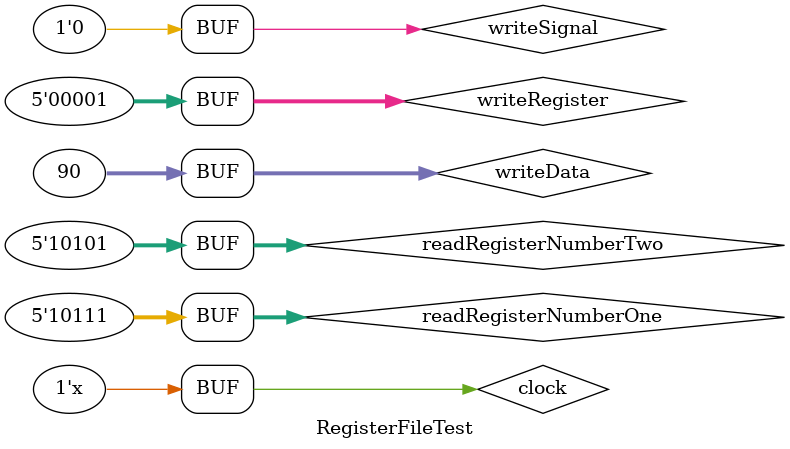
<source format=v>
`timescale 1ns / 1ps

module RegisterFileTest;

	// Inputs
	reg clock;
	reg writeSignal;
	reg [4:0] readRegisterNumberOne;
	reg [4:0] readRegisterNumberTwo;
	reg [4:0] writeRegister;
	reg [31:0] writeData;

	// Outputs
	wire [31:0] readDataNumberOne;
	wire [31:0] readDataNumberTwo;

	// Instantiate the Unit Under Test (UUT)
	RegisterFile uut (
		.clock(clock), 
		.writeSignal(writeSignal), 
		.readRegisterNumberOne(readRegisterNumberOne), 
		.readRegisterNumberTwo(readRegisterNumberTwo), 
		.writeRegister(writeRegister), 
		.writeData(writeData), 
		.readDataNumberOne(readDataNumberOne), 
		.readDataNumberTwo(readDataNumberTwo)
	);

	
		
	always #50	clock = ~clock;
		
	initial begin
		// Initialize Inputs
		clock = 0;
	   readRegisterNumberOne = 10;
		readRegisterNumberTwo = 9;
		writeRegister = 4;
		writeSignal = 1;
		writeData = 70;
		#100;
		
	   readRegisterNumberOne = 7;
		readRegisterNumberTwo = 11;
		writeRegister = 0;
		writeSignal = 1;
		writeData = 80;
		#100;
		
		
	   readRegisterNumberOne = 23;
		readRegisterNumberTwo = 21;
		writeRegister = 1;
		writeSignal = 0;
		writeData = 90;
		#100;

	end
      
endmodule


</source>
